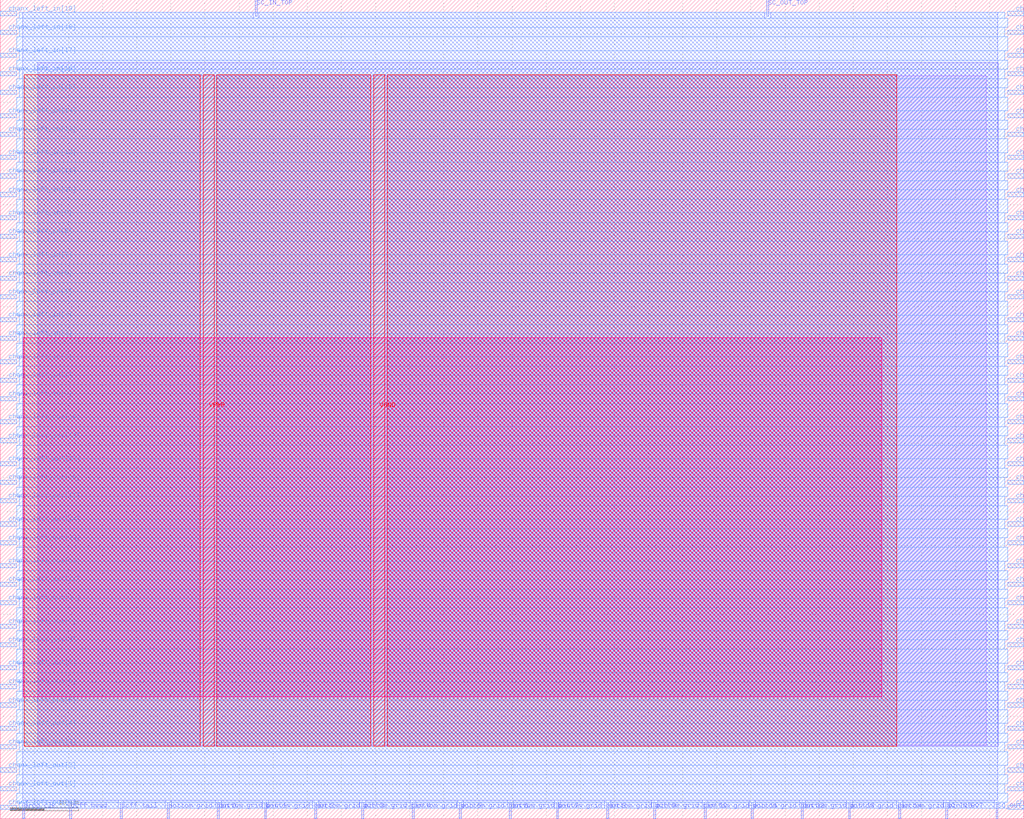
<source format=lef>
VERSION 5.7 ;
  NOWIREEXTENSIONATPIN ON ;
  DIVIDERCHAR "/" ;
  BUSBITCHARS "[]" ;
MACRO cbx_1__1_
  CLASS BLOCK ;
  FOREIGN cbx_1__1_ ;
  ORIGIN 0.000 0.000 ;
  SIZE 150.000 BY 120.000 ;
  PIN SC_IN_BOT
    DIRECTION INPUT ;
    PORT
      LAYER met2 ;
        RECT 138.550 0.000 138.830 2.400 ;
    END
  END SC_IN_BOT
  PIN SC_IN_TOP
    DIRECTION INPUT ;
    PORT
      LAYER met2 ;
        RECT 37.350 117.600 37.630 120.000 ;
    END
  END SC_IN_TOP
  PIN SC_OUT_BOT
    DIRECTION OUTPUT TRISTATE ;
    PORT
      LAYER met2 ;
        RECT 145.910 0.000 146.190 2.400 ;
    END
  END SC_OUT_BOT
  PIN SC_OUT_TOP
    DIRECTION OUTPUT TRISTATE ;
    PORT
      LAYER met2 ;
        RECT 112.330 117.600 112.610 120.000 ;
    END
  END SC_OUT_TOP
  PIN bottom_grid_pin_0_
    DIRECTION OUTPUT TRISTATE ;
    PORT
      LAYER met2 ;
        RECT 24.470 0.000 24.750 2.400 ;
    END
  END bottom_grid_pin_0_
  PIN bottom_grid_pin_10_
    DIRECTION OUTPUT TRISTATE ;
    PORT
      LAYER met2 ;
        RECT 95.770 0.000 96.050 2.400 ;
    END
  END bottom_grid_pin_10_
  PIN bottom_grid_pin_11_
    DIRECTION OUTPUT TRISTATE ;
    PORT
      LAYER met2 ;
        RECT 103.130 0.000 103.410 2.400 ;
    END
  END bottom_grid_pin_11_
  PIN bottom_grid_pin_12_
    DIRECTION OUTPUT TRISTATE ;
    PORT
      LAYER met2 ;
        RECT 110.030 0.000 110.310 2.400 ;
    END
  END bottom_grid_pin_12_
  PIN bottom_grid_pin_13_
    DIRECTION OUTPUT TRISTATE ;
    PORT
      LAYER met2 ;
        RECT 117.390 0.000 117.670 2.400 ;
    END
  END bottom_grid_pin_13_
  PIN bottom_grid_pin_14_
    DIRECTION OUTPUT TRISTATE ;
    PORT
      LAYER met2 ;
        RECT 124.290 0.000 124.570 2.400 ;
    END
  END bottom_grid_pin_14_
  PIN bottom_grid_pin_15_
    DIRECTION OUTPUT TRISTATE ;
    PORT
      LAYER met2 ;
        RECT 131.650 0.000 131.930 2.400 ;
    END
  END bottom_grid_pin_15_
  PIN bottom_grid_pin_1_
    DIRECTION OUTPUT TRISTATE ;
    PORT
      LAYER met2 ;
        RECT 31.830 0.000 32.110 2.400 ;
    END
  END bottom_grid_pin_1_
  PIN bottom_grid_pin_2_
    DIRECTION OUTPUT TRISTATE ;
    PORT
      LAYER met2 ;
        RECT 38.730 0.000 39.010 2.400 ;
    END
  END bottom_grid_pin_2_
  PIN bottom_grid_pin_3_
    DIRECTION OUTPUT TRISTATE ;
    PORT
      LAYER met2 ;
        RECT 46.090 0.000 46.370 2.400 ;
    END
  END bottom_grid_pin_3_
  PIN bottom_grid_pin_4_
    DIRECTION OUTPUT TRISTATE ;
    PORT
      LAYER met2 ;
        RECT 52.990 0.000 53.270 2.400 ;
    END
  END bottom_grid_pin_4_
  PIN bottom_grid_pin_5_
    DIRECTION OUTPUT TRISTATE ;
    PORT
      LAYER met2 ;
        RECT 60.350 0.000 60.630 2.400 ;
    END
  END bottom_grid_pin_5_
  PIN bottom_grid_pin_6_
    DIRECTION OUTPUT TRISTATE ;
    PORT
      LAYER met2 ;
        RECT 67.250 0.000 67.530 2.400 ;
    END
  END bottom_grid_pin_6_
  PIN bottom_grid_pin_7_
    DIRECTION OUTPUT TRISTATE ;
    PORT
      LAYER met2 ;
        RECT 74.610 0.000 74.890 2.400 ;
    END
  END bottom_grid_pin_7_
  PIN bottom_grid_pin_8_
    DIRECTION OUTPUT TRISTATE ;
    PORT
      LAYER met2 ;
        RECT 81.510 0.000 81.790 2.400 ;
    END
  END bottom_grid_pin_8_
  PIN bottom_grid_pin_9_
    DIRECTION OUTPUT TRISTATE ;
    PORT
      LAYER met2 ;
        RECT 88.870 0.000 89.150 2.400 ;
    END
  END bottom_grid_pin_9_
  PIN ccff_head
    DIRECTION INPUT ;
    PORT
      LAYER met2 ;
        RECT 10.210 0.000 10.490 2.400 ;
    END
  END ccff_head
  PIN ccff_tail
    DIRECTION OUTPUT TRISTATE ;
    PORT
      LAYER met2 ;
        RECT 17.570 0.000 17.850 2.400 ;
    END
  END ccff_tail
  PIN chanx_left_in[0]
    DIRECTION INPUT ;
    PORT
      LAYER met3 ;
        RECT 0.000 61.240 2.400 61.840 ;
    END
  END chanx_left_in[0]
  PIN chanx_left_in[10]
    DIRECTION INPUT ;
    PORT
      LAYER met3 ;
        RECT 0.000 91.160 2.400 91.760 ;
    END
  END chanx_left_in[10]
  PIN chanx_left_in[11]
    DIRECTION INPUT ;
    PORT
      LAYER met3 ;
        RECT 0.000 93.880 2.400 94.480 ;
    END
  END chanx_left_in[11]
  PIN chanx_left_in[12]
    DIRECTION INPUT ;
    PORT
      LAYER met3 ;
        RECT 0.000 96.600 2.400 97.200 ;
    END
  END chanx_left_in[12]
  PIN chanx_left_in[13]
    DIRECTION INPUT ;
    PORT
      LAYER met3 ;
        RECT 0.000 100.000 2.400 100.600 ;
    END
  END chanx_left_in[13]
  PIN chanx_left_in[14]
    DIRECTION INPUT ;
    PORT
      LAYER met3 ;
        RECT 0.000 102.720 2.400 103.320 ;
    END
  END chanx_left_in[14]
  PIN chanx_left_in[15]
    DIRECTION INPUT ;
    PORT
      LAYER met3 ;
        RECT 0.000 106.120 2.400 106.720 ;
    END
  END chanx_left_in[15]
  PIN chanx_left_in[16]
    DIRECTION INPUT ;
    PORT
      LAYER met3 ;
        RECT 0.000 108.840 2.400 109.440 ;
    END
  END chanx_left_in[16]
  PIN chanx_left_in[17]
    DIRECTION INPUT ;
    PORT
      LAYER met3 ;
        RECT 0.000 111.560 2.400 112.160 ;
    END
  END chanx_left_in[17]
  PIN chanx_left_in[18]
    DIRECTION INPUT ;
    PORT
      LAYER met3 ;
        RECT 0.000 114.960 2.400 115.560 ;
    END
  END chanx_left_in[18]
  PIN chanx_left_in[19]
    DIRECTION INPUT ;
    PORT
      LAYER met3 ;
        RECT 0.000 117.680 2.400 118.280 ;
    END
  END chanx_left_in[19]
  PIN chanx_left_in[1]
    DIRECTION INPUT ;
    PORT
      LAYER met3 ;
        RECT 0.000 63.960 2.400 64.560 ;
    END
  END chanx_left_in[1]
  PIN chanx_left_in[2]
    DIRECTION INPUT ;
    PORT
      LAYER met3 ;
        RECT 0.000 66.680 2.400 67.280 ;
    END
  END chanx_left_in[2]
  PIN chanx_left_in[3]
    DIRECTION INPUT ;
    PORT
      LAYER met3 ;
        RECT 0.000 70.080 2.400 70.680 ;
    END
  END chanx_left_in[3]
  PIN chanx_left_in[4]
    DIRECTION INPUT ;
    PORT
      LAYER met3 ;
        RECT 0.000 72.800 2.400 73.400 ;
    END
  END chanx_left_in[4]
  PIN chanx_left_in[5]
    DIRECTION INPUT ;
    PORT
      LAYER met3 ;
        RECT 0.000 76.200 2.400 76.800 ;
    END
  END chanx_left_in[5]
  PIN chanx_left_in[6]
    DIRECTION INPUT ;
    PORT
      LAYER met3 ;
        RECT 0.000 78.920 2.400 79.520 ;
    END
  END chanx_left_in[6]
  PIN chanx_left_in[7]
    DIRECTION INPUT ;
    PORT
      LAYER met3 ;
        RECT 0.000 81.640 2.400 82.240 ;
    END
  END chanx_left_in[7]
  PIN chanx_left_in[8]
    DIRECTION INPUT ;
    PORT
      LAYER met3 ;
        RECT 0.000 85.040 2.400 85.640 ;
    END
  END chanx_left_in[8]
  PIN chanx_left_in[9]
    DIRECTION INPUT ;
    PORT
      LAYER met3 ;
        RECT 0.000 87.760 2.400 88.360 ;
    END
  END chanx_left_in[9]
  PIN chanx_left_out[0]
    DIRECTION OUTPUT TRISTATE ;
    PORT
      LAYER met3 ;
        RECT 0.000 1.400 2.400 2.000 ;
    END
  END chanx_left_out[0]
  PIN chanx_left_out[10]
    DIRECTION OUTPUT TRISTATE ;
    PORT
      LAYER met3 ;
        RECT 0.000 31.320 2.400 31.920 ;
    END
  END chanx_left_out[10]
  PIN chanx_left_out[11]
    DIRECTION OUTPUT TRISTATE ;
    PORT
      LAYER met3 ;
        RECT 0.000 34.040 2.400 34.640 ;
    END
  END chanx_left_out[11]
  PIN chanx_left_out[12]
    DIRECTION OUTPUT TRISTATE ;
    PORT
      LAYER met3 ;
        RECT 0.000 36.760 2.400 37.360 ;
    END
  END chanx_left_out[12]
  PIN chanx_left_out[13]
    DIRECTION OUTPUT TRISTATE ;
    PORT
      LAYER met3 ;
        RECT 0.000 40.160 2.400 40.760 ;
    END
  END chanx_left_out[13]
  PIN chanx_left_out[14]
    DIRECTION OUTPUT TRISTATE ;
    PORT
      LAYER met3 ;
        RECT 0.000 42.880 2.400 43.480 ;
    END
  END chanx_left_out[14]
  PIN chanx_left_out[15]
    DIRECTION OUTPUT TRISTATE ;
    PORT
      LAYER met3 ;
        RECT 0.000 46.280 2.400 46.880 ;
    END
  END chanx_left_out[15]
  PIN chanx_left_out[16]
    DIRECTION OUTPUT TRISTATE ;
    PORT
      LAYER met3 ;
        RECT 0.000 49.000 2.400 49.600 ;
    END
  END chanx_left_out[16]
  PIN chanx_left_out[17]
    DIRECTION OUTPUT TRISTATE ;
    PORT
      LAYER met3 ;
        RECT 0.000 51.720 2.400 52.320 ;
    END
  END chanx_left_out[17]
  PIN chanx_left_out[18]
    DIRECTION OUTPUT TRISTATE ;
    PORT
      LAYER met3 ;
        RECT 0.000 55.120 2.400 55.720 ;
    END
  END chanx_left_out[18]
  PIN chanx_left_out[19]
    DIRECTION OUTPUT TRISTATE ;
    PORT
      LAYER met3 ;
        RECT 0.000 57.840 2.400 58.440 ;
    END
  END chanx_left_out[19]
  PIN chanx_left_out[1]
    DIRECTION OUTPUT TRISTATE ;
    PORT
      LAYER met3 ;
        RECT 0.000 4.120 2.400 4.720 ;
    END
  END chanx_left_out[1]
  PIN chanx_left_out[2]
    DIRECTION OUTPUT TRISTATE ;
    PORT
      LAYER met3 ;
        RECT 0.000 6.840 2.400 7.440 ;
    END
  END chanx_left_out[2]
  PIN chanx_left_out[3]
    DIRECTION OUTPUT TRISTATE ;
    PORT
      LAYER met3 ;
        RECT 0.000 10.240 2.400 10.840 ;
    END
  END chanx_left_out[3]
  PIN chanx_left_out[4]
    DIRECTION OUTPUT TRISTATE ;
    PORT
      LAYER met3 ;
        RECT 0.000 12.960 2.400 13.560 ;
    END
  END chanx_left_out[4]
  PIN chanx_left_out[5]
    DIRECTION OUTPUT TRISTATE ;
    PORT
      LAYER met3 ;
        RECT 0.000 16.360 2.400 16.960 ;
    END
  END chanx_left_out[5]
  PIN chanx_left_out[6]
    DIRECTION OUTPUT TRISTATE ;
    PORT
      LAYER met3 ;
        RECT 0.000 19.080 2.400 19.680 ;
    END
  END chanx_left_out[6]
  PIN chanx_left_out[7]
    DIRECTION OUTPUT TRISTATE ;
    PORT
      LAYER met3 ;
        RECT 0.000 21.800 2.400 22.400 ;
    END
  END chanx_left_out[7]
  PIN chanx_left_out[8]
    DIRECTION OUTPUT TRISTATE ;
    PORT
      LAYER met3 ;
        RECT 0.000 25.200 2.400 25.800 ;
    END
  END chanx_left_out[8]
  PIN chanx_left_out[9]
    DIRECTION OUTPUT TRISTATE ;
    PORT
      LAYER met3 ;
        RECT 0.000 27.920 2.400 28.520 ;
    END
  END chanx_left_out[9]
  PIN chanx_right_in[0]
    DIRECTION INPUT ;
    PORT
      LAYER met3 ;
        RECT 147.600 61.240 150.000 61.840 ;
    END
  END chanx_right_in[0]
  PIN chanx_right_in[10]
    DIRECTION INPUT ;
    PORT
      LAYER met3 ;
        RECT 147.600 91.160 150.000 91.760 ;
    END
  END chanx_right_in[10]
  PIN chanx_right_in[11]
    DIRECTION INPUT ;
    PORT
      LAYER met3 ;
        RECT 147.600 93.880 150.000 94.480 ;
    END
  END chanx_right_in[11]
  PIN chanx_right_in[12]
    DIRECTION INPUT ;
    PORT
      LAYER met3 ;
        RECT 147.600 96.600 150.000 97.200 ;
    END
  END chanx_right_in[12]
  PIN chanx_right_in[13]
    DIRECTION INPUT ;
    PORT
      LAYER met3 ;
        RECT 147.600 100.000 150.000 100.600 ;
    END
  END chanx_right_in[13]
  PIN chanx_right_in[14]
    DIRECTION INPUT ;
    PORT
      LAYER met3 ;
        RECT 147.600 102.720 150.000 103.320 ;
    END
  END chanx_right_in[14]
  PIN chanx_right_in[15]
    DIRECTION INPUT ;
    PORT
      LAYER met3 ;
        RECT 147.600 106.120 150.000 106.720 ;
    END
  END chanx_right_in[15]
  PIN chanx_right_in[16]
    DIRECTION INPUT ;
    PORT
      LAYER met3 ;
        RECT 147.600 108.840 150.000 109.440 ;
    END
  END chanx_right_in[16]
  PIN chanx_right_in[17]
    DIRECTION INPUT ;
    PORT
      LAYER met3 ;
        RECT 147.600 111.560 150.000 112.160 ;
    END
  END chanx_right_in[17]
  PIN chanx_right_in[18]
    DIRECTION INPUT ;
    PORT
      LAYER met3 ;
        RECT 147.600 114.960 150.000 115.560 ;
    END
  END chanx_right_in[18]
  PIN chanx_right_in[19]
    DIRECTION INPUT ;
    PORT
      LAYER met3 ;
        RECT 147.600 117.680 150.000 118.280 ;
    END
  END chanx_right_in[19]
  PIN chanx_right_in[1]
    DIRECTION INPUT ;
    PORT
      LAYER met3 ;
        RECT 147.600 63.960 150.000 64.560 ;
    END
  END chanx_right_in[1]
  PIN chanx_right_in[2]
    DIRECTION INPUT ;
    PORT
      LAYER met3 ;
        RECT 147.600 66.680 150.000 67.280 ;
    END
  END chanx_right_in[2]
  PIN chanx_right_in[3]
    DIRECTION INPUT ;
    PORT
      LAYER met3 ;
        RECT 147.600 70.080 150.000 70.680 ;
    END
  END chanx_right_in[3]
  PIN chanx_right_in[4]
    DIRECTION INPUT ;
    PORT
      LAYER met3 ;
        RECT 147.600 72.800 150.000 73.400 ;
    END
  END chanx_right_in[4]
  PIN chanx_right_in[5]
    DIRECTION INPUT ;
    PORT
      LAYER met3 ;
        RECT 147.600 76.200 150.000 76.800 ;
    END
  END chanx_right_in[5]
  PIN chanx_right_in[6]
    DIRECTION INPUT ;
    PORT
      LAYER met3 ;
        RECT 147.600 78.920 150.000 79.520 ;
    END
  END chanx_right_in[6]
  PIN chanx_right_in[7]
    DIRECTION INPUT ;
    PORT
      LAYER met3 ;
        RECT 147.600 81.640 150.000 82.240 ;
    END
  END chanx_right_in[7]
  PIN chanx_right_in[8]
    DIRECTION INPUT ;
    PORT
      LAYER met3 ;
        RECT 147.600 85.040 150.000 85.640 ;
    END
  END chanx_right_in[8]
  PIN chanx_right_in[9]
    DIRECTION INPUT ;
    PORT
      LAYER met3 ;
        RECT 147.600 87.760 150.000 88.360 ;
    END
  END chanx_right_in[9]
  PIN chanx_right_out[0]
    DIRECTION OUTPUT TRISTATE ;
    PORT
      LAYER met3 ;
        RECT 147.600 1.400 150.000 2.000 ;
    END
  END chanx_right_out[0]
  PIN chanx_right_out[10]
    DIRECTION OUTPUT TRISTATE ;
    PORT
      LAYER met3 ;
        RECT 147.600 31.320 150.000 31.920 ;
    END
  END chanx_right_out[10]
  PIN chanx_right_out[11]
    DIRECTION OUTPUT TRISTATE ;
    PORT
      LAYER met3 ;
        RECT 147.600 34.040 150.000 34.640 ;
    END
  END chanx_right_out[11]
  PIN chanx_right_out[12]
    DIRECTION OUTPUT TRISTATE ;
    PORT
      LAYER met3 ;
        RECT 147.600 36.760 150.000 37.360 ;
    END
  END chanx_right_out[12]
  PIN chanx_right_out[13]
    DIRECTION OUTPUT TRISTATE ;
    PORT
      LAYER met3 ;
        RECT 147.600 40.160 150.000 40.760 ;
    END
  END chanx_right_out[13]
  PIN chanx_right_out[14]
    DIRECTION OUTPUT TRISTATE ;
    PORT
      LAYER met3 ;
        RECT 147.600 42.880 150.000 43.480 ;
    END
  END chanx_right_out[14]
  PIN chanx_right_out[15]
    DIRECTION OUTPUT TRISTATE ;
    PORT
      LAYER met3 ;
        RECT 147.600 46.280 150.000 46.880 ;
    END
  END chanx_right_out[15]
  PIN chanx_right_out[16]
    DIRECTION OUTPUT TRISTATE ;
    PORT
      LAYER met3 ;
        RECT 147.600 49.000 150.000 49.600 ;
    END
  END chanx_right_out[16]
  PIN chanx_right_out[17]
    DIRECTION OUTPUT TRISTATE ;
    PORT
      LAYER met3 ;
        RECT 147.600 51.720 150.000 52.320 ;
    END
  END chanx_right_out[17]
  PIN chanx_right_out[18]
    DIRECTION OUTPUT TRISTATE ;
    PORT
      LAYER met3 ;
        RECT 147.600 55.120 150.000 55.720 ;
    END
  END chanx_right_out[18]
  PIN chanx_right_out[19]
    DIRECTION OUTPUT TRISTATE ;
    PORT
      LAYER met3 ;
        RECT 147.600 57.840 150.000 58.440 ;
    END
  END chanx_right_out[19]
  PIN chanx_right_out[1]
    DIRECTION OUTPUT TRISTATE ;
    PORT
      LAYER met3 ;
        RECT 147.600 4.120 150.000 4.720 ;
    END
  END chanx_right_out[1]
  PIN chanx_right_out[2]
    DIRECTION OUTPUT TRISTATE ;
    PORT
      LAYER met3 ;
        RECT 147.600 6.840 150.000 7.440 ;
    END
  END chanx_right_out[2]
  PIN chanx_right_out[3]
    DIRECTION OUTPUT TRISTATE ;
    PORT
      LAYER met3 ;
        RECT 147.600 10.240 150.000 10.840 ;
    END
  END chanx_right_out[3]
  PIN chanx_right_out[4]
    DIRECTION OUTPUT TRISTATE ;
    PORT
      LAYER met3 ;
        RECT 147.600 12.960 150.000 13.560 ;
    END
  END chanx_right_out[4]
  PIN chanx_right_out[5]
    DIRECTION OUTPUT TRISTATE ;
    PORT
      LAYER met3 ;
        RECT 147.600 16.360 150.000 16.960 ;
    END
  END chanx_right_out[5]
  PIN chanx_right_out[6]
    DIRECTION OUTPUT TRISTATE ;
    PORT
      LAYER met3 ;
        RECT 147.600 19.080 150.000 19.680 ;
    END
  END chanx_right_out[6]
  PIN chanx_right_out[7]
    DIRECTION OUTPUT TRISTATE ;
    PORT
      LAYER met3 ;
        RECT 147.600 21.800 150.000 22.400 ;
    END
  END chanx_right_out[7]
  PIN chanx_right_out[8]
    DIRECTION OUTPUT TRISTATE ;
    PORT
      LAYER met3 ;
        RECT 147.600 25.200 150.000 25.800 ;
    END
  END chanx_right_out[8]
  PIN chanx_right_out[9]
    DIRECTION OUTPUT TRISTATE ;
    PORT
      LAYER met3 ;
        RECT 147.600 27.920 150.000 28.520 ;
    END
  END chanx_right_out[9]
  PIN prog_clk
    DIRECTION INPUT ;
    PORT
      LAYER met2 ;
        RECT 3.310 0.000 3.590 2.400 ;
    END
  END prog_clk
  PIN VPWR
    DIRECTION INPUT ;
    USE POWER ;
    PORT
      LAYER met4 ;
        RECT 29.720 10.640 31.320 109.040 ;
    END
  END VPWR
  PIN VGND
    DIRECTION INPUT ;
    USE GROUND ;
    PORT
      LAYER met4 ;
        RECT 54.720 10.640 56.320 109.040 ;
    END
  END VGND
  OBS
      LAYER li1 ;
        RECT 5.520 10.795 144.440 108.885 ;
      LAYER met1 ;
        RECT 5.520 10.640 146.210 110.800 ;
      LAYER met2 ;
        RECT 3.310 117.320 37.070 118.165 ;
        RECT 37.910 117.320 112.050 118.165 ;
        RECT 112.890 117.320 146.180 118.165 ;
        RECT 3.310 2.680 146.180 117.320 ;
        RECT 3.870 1.515 9.930 2.680 ;
        RECT 10.770 1.515 17.290 2.680 ;
        RECT 18.130 1.515 24.190 2.680 ;
        RECT 25.030 1.515 31.550 2.680 ;
        RECT 32.390 1.515 38.450 2.680 ;
        RECT 39.290 1.515 45.810 2.680 ;
        RECT 46.650 1.515 52.710 2.680 ;
        RECT 53.550 1.515 60.070 2.680 ;
        RECT 60.910 1.515 66.970 2.680 ;
        RECT 67.810 1.515 74.330 2.680 ;
        RECT 75.170 1.515 81.230 2.680 ;
        RECT 82.070 1.515 88.590 2.680 ;
        RECT 89.430 1.515 95.490 2.680 ;
        RECT 96.330 1.515 102.850 2.680 ;
        RECT 103.690 1.515 109.750 2.680 ;
        RECT 110.590 1.515 117.110 2.680 ;
        RECT 117.950 1.515 124.010 2.680 ;
        RECT 124.850 1.515 131.370 2.680 ;
        RECT 132.210 1.515 138.270 2.680 ;
        RECT 139.110 1.515 145.630 2.680 ;
      LAYER met3 ;
        RECT 2.800 117.280 147.200 118.145 ;
        RECT 2.400 115.960 147.600 117.280 ;
        RECT 2.800 114.560 147.200 115.960 ;
        RECT 2.400 112.560 147.600 114.560 ;
        RECT 2.800 111.160 147.200 112.560 ;
        RECT 2.400 109.840 147.600 111.160 ;
        RECT 2.800 108.440 147.200 109.840 ;
        RECT 2.400 107.120 147.600 108.440 ;
        RECT 2.800 105.720 147.200 107.120 ;
        RECT 2.400 103.720 147.600 105.720 ;
        RECT 2.800 102.320 147.200 103.720 ;
        RECT 2.400 101.000 147.600 102.320 ;
        RECT 2.800 99.600 147.200 101.000 ;
        RECT 2.400 97.600 147.600 99.600 ;
        RECT 2.800 96.200 147.200 97.600 ;
        RECT 2.400 94.880 147.600 96.200 ;
        RECT 2.800 93.480 147.200 94.880 ;
        RECT 2.400 92.160 147.600 93.480 ;
        RECT 2.800 90.760 147.200 92.160 ;
        RECT 2.400 88.760 147.600 90.760 ;
        RECT 2.800 87.360 147.200 88.760 ;
        RECT 2.400 86.040 147.600 87.360 ;
        RECT 2.800 84.640 147.200 86.040 ;
        RECT 2.400 82.640 147.600 84.640 ;
        RECT 2.800 81.240 147.200 82.640 ;
        RECT 2.400 79.920 147.600 81.240 ;
        RECT 2.800 78.520 147.200 79.920 ;
        RECT 2.400 77.200 147.600 78.520 ;
        RECT 2.800 75.800 147.200 77.200 ;
        RECT 2.400 73.800 147.600 75.800 ;
        RECT 2.800 72.400 147.200 73.800 ;
        RECT 2.400 71.080 147.600 72.400 ;
        RECT 2.800 69.680 147.200 71.080 ;
        RECT 2.400 67.680 147.600 69.680 ;
        RECT 2.800 66.280 147.200 67.680 ;
        RECT 2.400 64.960 147.600 66.280 ;
        RECT 2.800 63.560 147.200 64.960 ;
        RECT 2.400 62.240 147.600 63.560 ;
        RECT 2.800 60.840 147.200 62.240 ;
        RECT 2.400 58.840 147.600 60.840 ;
        RECT 2.800 57.440 147.200 58.840 ;
        RECT 2.400 56.120 147.600 57.440 ;
        RECT 2.800 54.720 147.200 56.120 ;
        RECT 2.400 52.720 147.600 54.720 ;
        RECT 2.800 51.320 147.200 52.720 ;
        RECT 2.400 50.000 147.600 51.320 ;
        RECT 2.800 48.600 147.200 50.000 ;
        RECT 2.400 47.280 147.600 48.600 ;
        RECT 2.800 45.880 147.200 47.280 ;
        RECT 2.400 43.880 147.600 45.880 ;
        RECT 2.800 42.480 147.200 43.880 ;
        RECT 2.400 41.160 147.600 42.480 ;
        RECT 2.800 39.760 147.200 41.160 ;
        RECT 2.400 37.760 147.600 39.760 ;
        RECT 2.800 36.360 147.200 37.760 ;
        RECT 2.400 35.040 147.600 36.360 ;
        RECT 2.800 33.640 147.200 35.040 ;
        RECT 2.400 32.320 147.600 33.640 ;
        RECT 2.800 30.920 147.200 32.320 ;
        RECT 2.400 28.920 147.600 30.920 ;
        RECT 2.800 27.520 147.200 28.920 ;
        RECT 2.400 26.200 147.600 27.520 ;
        RECT 2.800 24.800 147.200 26.200 ;
        RECT 2.400 22.800 147.600 24.800 ;
        RECT 2.800 21.400 147.200 22.800 ;
        RECT 2.400 20.080 147.600 21.400 ;
        RECT 2.800 18.680 147.200 20.080 ;
        RECT 2.400 17.360 147.600 18.680 ;
        RECT 2.800 15.960 147.200 17.360 ;
        RECT 2.400 13.960 147.600 15.960 ;
        RECT 2.800 12.560 147.200 13.960 ;
        RECT 2.400 11.240 147.600 12.560 ;
        RECT 2.800 9.840 147.200 11.240 ;
        RECT 2.400 7.840 147.600 9.840 ;
        RECT 2.800 6.440 147.200 7.840 ;
        RECT 2.400 5.120 147.600 6.440 ;
        RECT 2.800 3.720 147.200 5.120 ;
        RECT 2.400 2.400 147.600 3.720 ;
        RECT 2.800 1.535 147.200 2.400 ;
      LAYER met4 ;
        RECT 3.550 10.640 29.320 109.040 ;
        RECT 31.720 10.640 54.320 109.040 ;
        RECT 56.720 10.640 131.320 109.040 ;
      LAYER met5 ;
        RECT 3.340 17.900 129.140 70.500 ;
  END
END cbx_1__1_
END LIBRARY


</source>
